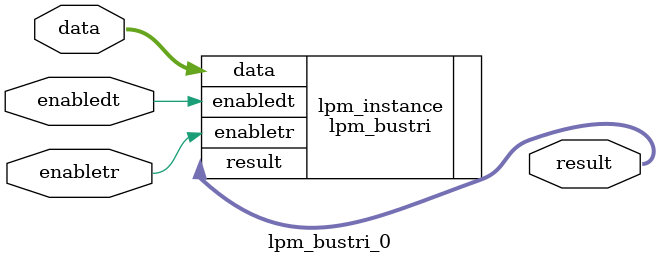
<source format=v>



module lpm_bustri_0(enabledt,enabletr,data,result);
input enabledt;
input enabletr;
input [15:0] data;
output [15:0] result;

lpm_bustri	lpm_instance(.enabledt(enabledt),.enabletr(enabletr),.data(data),.result(result));
	defparam	lpm_instance.LPM_WIDTH = 16;

endmodule

</source>
